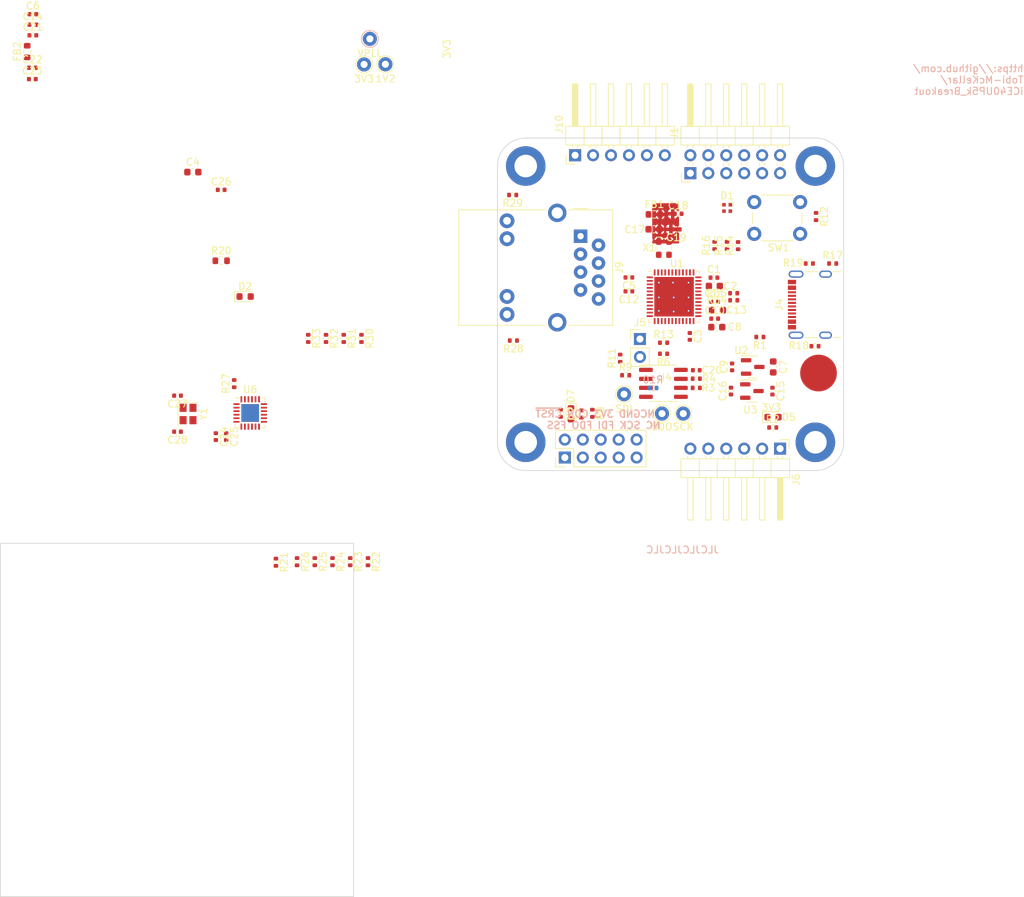
<source format=kicad_pcb>
(kicad_pcb (version 20221018) (generator pcbnew)
  (layers (0 "F.Cu" signal) (1 "In1.Cu" power) (2 "In2.Cu" power) (3 "In3.Cu" power) (4 "In4.Cu" power) (31 "B.Cu" signal) (34 "B.Paste" user) (35 "F.Paste" user) (36 "B.SilkS" user "B.Silkscreen") (37 "F.SilkS" user "F.Silkscreen") (38 "B.Mask" user) (39 "F.Mask" user) (44 "Edge.Cuts" user))
  (net 0 "")
  (net 1 "/3V3")
  (net 2 "GND")
  (net 3 "+5V")
  (net 4 "/VCCPLL")
  (net 5 "/1V2")
  (net 6 "/RGB0")
  (net 7 "/RGB1")
  (net 8 "/RGB2")
  (net 9 "Net-(D5-A)")
  (net 11 "Net-(D7-K)")
  (net 13 "/37_G1")
  (net 14 "/42")
  (net 15 "/43")
  (net 16 "/CDONE")
  (net 17 "/45")
  (net 18 "/48")
  (net 19 "/ETH_3V3")
  (net 20 "/ETH_~{RST}")
  (net 21 "Net-(U6-XTAL2)")
  (net 22 "Net-(U6-XTAL1{slash}CLKIN)")
  (net 23 "/23")
  (net 24 "/25")
  (net 25 "/SCK")
  (net 26 "/ICE_SS")
  (net 27 "/26")
  (net 28 "/27")
  (net 29 "Net-(D2-A)")
  (net 30 "/CRESET")
  (net 31 "/34")
  (net 32 "/35_G0")
  (net 33 "/36")
  (net 34 "/2")
  (net 35 "/46")
  (net 36 "Net-(U4-~{HOLD})")
  (net 37 "/FLASH_SS")
  (net 38 "/47")
  (net 39 "Net-(J4-CC1)")
  (net 40 "/D_P")
  (net 41 "/D_N")
  (net 42 "/FLASH_DI")
  (net 43 "Net-(U1B-IOB_32a_SPI_SO)")
  (net 44 "Net-(U4-~{WP})")
  (net 45 "/FLASH_DO")
  (net 46 "Net-(U1B-IOB_33b_SPI_SI)")
  (net 48 "/CLK_IN_G6")
  (net 49 "/V_OSC")
  (net 50 "Net-(J4-CC2)")
  (net 51 "/4")
  (net 53 "Net-(J4-SHIELD)")
  (net 54 "/38_button")
  (net 55 "Net-(D1-RK)")
  (net 56 "Net-(D1-GK)")
  (net 57 "Net-(D1-BK)")
  (net 58 "/TXP")
  (net 59 "/TXN")
  (net 60 "/RXP")
  (net 61 "/RXN")
  (net 62 "Net-(J9-LEDY_A)")
  (net 63 "Net-(J9-LEDG_A)")
  (net 65 "+3V3")
  (net 66 "/Cap_touch")
  (net 67 "/ETH_MDIO")
  (net 68 "/ETH_CRSDV")
  (net 69 "/ETH_RXER")
  (net 70 "/ETH_RXD1")
  (net 71 "/ETH_RXD0")
  (net 72 "/RBIAS")
  (net 73 "/LED1{slash}REGOFF")
  (net 74 "/LED2{slash}~{INTSEL}")
  (net 75 "/ETH_TXEN")
  (net 76 "/ETH_TXD0")
  (net 77 "/ETH_TXD1")
  (net 78 "/ETH_MDC")
  (net 79 "/ETH_~{INT}")
  (net 80 "Net-(J4-D+-PadA6)")
  (net 81 "Net-(J4-D--PadA7)")
  (footprint "Capacitor_SMD:C_0402_1005Metric" (layer "F.Cu") (at 84.126 44.53)
    (fp_text reference "C14" (at 0 -1.16) (layer "F.SilkS"))
    (fp_text value "100n")
    (pad "1" smd roundrect (at -0.48 0) (size 0.56 0.62) (layers "F.Cu" "F.Paste" "F.Mask") (net 19 "/ETH_3V3"))
    (pad "2" smd roundrect (at 0.48 0) (size 0.56 0.62) (layers "F.Cu" "F.Paste" "F.Mask") (net 2 "GND"))
  )
  (footprint "Package_DFN_QFN:QFN-48-1EP_7x7mm_P0.5mm_EP5.6x5.6mm" (layer "F.Cu") (at 174.881757 83.03)
    (fp_text reference "U1" (at 0.4 -4.69) (layer "F.SilkS"))
    (fp_text value "ICE40UP5K-SG48ITR")
    (pad "1" smd roundrect (at -3.4375 -2.75) (size 0.875 0.25) (layers "F.Cu" "F.Paste" "F.Mask") (net 1 "/3V3"))
    (pad "2" smd roundrect (at -3.4375 -2.25) (size 0.875 0.25) (layers "F.Cu" "F.Paste" "F.Mask") (net 34 "/2"))
    (pad "3" smd roundrect (at -3.4375 -1.75) (size 0.875 0.25) (layers "F.Cu" "F.Paste" "F.Mask") (net 20 "/ETH_~{RST}"))
    (pad "4" smd roundrect (at -3.4375 -1.25) (size 0.875 0.25) (layers "F.Cu" "F.Paste" "F.Mask") (net 51 "/4"))
    (pad "5" smd roundrect (at -3.4375 -0.75) (size 0.875 0.25) (layers "F.Cu" "F.Paste" "F.Mask") (net 5 "/1V2"))
    (pad "6" smd roundrect (at -3.4375 -0.25) (size 0.875 0.25) (layers "F.Cu" "F.Paste" "F.Mask") (net 75 "/ETH_TXEN"))
    (pad "7" smd roundrect (at -3.4375 0.25) (size 0.875 0.25) (layers "F.Cu" "F.Paste" "F.Mask") (net 16 "/CDONE"))
    (pad "8" smd roundrect (at -3.4375 0.75) (size 0.875 0.25) (layers "F.Cu" "F.Paste" "F.Mask") (net 30 "/CRESET"))
    (pad "9" smd roundrect (at -3.4375 1.25) (size 0.875 0.25) (layers "F.Cu" "F.Paste" "F.Mask") (net 76 "/ETH_TXD0"))
    (pad "10" smd roundrect (at -3.4375 1.75) (size 0.875 0.25) (layers "F.Cu" "F.Paste" "F.Mask") (net 77 "/ETH_TXD1"))
    (pad "11" smd roundrect (at -3.4375 2.25) (size 0.875 0.25) (layers "F.Cu" "F.Paste" "F.Mask") (net 67 "/ETH_MDIO"))
    (pad "12" smd roundrect (at -3.4375 2.75) (size 0.875 0.25) (layers "F.Cu" "F.Paste" "F.Mask") (net 78 "/ETH_MDC"))
    (pad "13" smd roundrect (at -2.75 3.4375) (size 0.25 0.875) (layers "F.Cu" "F.Paste" "F.Mask") (net 68 "/ETH_CRSDV"))
    (pad "14" smd roundrect (at -2.25 3.4375) (size 0.25 0.875) (layers "F.Cu" "F.Paste" "F.Mask") (net 43 "Net-(U1B-IOB_32a_SPI_SO)"))
    (pad "15" smd roundrect (at -1.75 3.4375) (size 0.25 0.875) (layers "F.Cu" "F.Paste" "F.Mask") (net 25 "/SCK"))
    (pad "16" smd roundrect (at -1.25 3.4375) (size 0.25 0.875) (layers "F.Cu" "F.Paste" "F.Mask") (net 26 "/ICE_SS"))
    (pad "17" smd roundrect (at -0.75 3.4375) (size 0.25 0.875) (layers "F.Cu" "F.Paste" "F.Mask") (net 46 "Net-(U1B-IOB_33b_SPI_SI)"))
    (pad "18" smd roundrect (at -0.25 3.4375) (size 0.25 0.875) (layers "F.Cu" "F.Paste" "F.Mask") (net 79 "/ETH_~{INT}"))
    (pad "19" smd roundrect (at 0.25 3.4375) (size 0.25 0.875) (layers "F.Cu" "F.Paste" "F.Mask") (net 70 "/ETH_RXD1"))
    (pad "20" smd roundrect (at 0.75 3.4375) (size 0.25 0.875) (layers "F.Cu" "F.Paste" "F.Mask") (net 71 "/ETH_RXD0"))
    (pad "21" smd roundrect (at 1.25 3.4375) (size 0.25 0.875) (layers "F.Cu" "F.Paste" "F.Mask") (net 69 "/ETH_RXER"))
    (pad "22" smd roundrect (at 1.75 3.4375) (size 0.25 0.875) (layers "F.Cu" "F.Paste" "F.Mask") (net 1 "/3V3"))
    (pad "23" smd roundrect (at 2.25 3.4375) (size 0.25 0.875) (layers "F.Cu" "F.Paste" "F.Mask") (net 23 "/23"))
    (pad "24" smd roundrect (at 2.75 3.4375) (size 0.25 0.875) (layers "F.Cu" "F.Paste" "F.Mask") (net 1 "/3V3"))
    (pad "25" smd roundrect (at 3.4375 2.75) (size 0.875 0.25) (layers "F.Cu" "F.Paste" "F.Mask") (net 24 "/25"))
    (pad "26" smd roundrect (at 3.4375 2.25) (size 0.875 0.25) (layers "F.Cu" "F.Paste" "F.Mask") (net 27 "/26"))
    (pad "27" smd roundrect (at 3.4375 1.75) (size 0.875 0.25) (layers "F.Cu" "F.Paste" "F.Mask") (net 28 "/27"))
    (pad "28" smd roundrect (at 3.4375 1.25) (size 0.875 0.25) (layers "F.Cu" "F.Paste" "F.Mask") (net 66 "/Cap_touch"))
    (pad "29" smd roundrect (at 3.4375 0.75) (size 0.875 0.25) (layers "F.Cu" "F.Paste" "F.Mask") (net 4 "/VCCPLL"))
    (pad "30" smd roundrect (at 3.4375 0.25) (size 0.875 0.25) (layers "F.Cu" "F.Paste" "F.Mask") (net 5 "/1V2"))
    (pad "31" smd roundrect (at 3.4375 -0.25) (size 0.875 0.25) (layers "F.Cu" "F.Paste" "F.Mask") (net 41 "/D_N"))
    (pad "32" smd roundrect (at 3.4375 -0.75) (size 0.875 0.25) (layers "F.Cu" "F.Paste" "F.Mask") (net 40 "/D_P"))
    (pad "33" smd roundrect (at 3.4375 -1.25) (size 0.875 0.25) (layers "F.Cu" "F.Paste" "F.Mask") (net 1 "/3V3"))
    (pad "34" smd roundrect (at 3.4375 -1.75) (size 0.875 0.25) (layers "F.Cu" "F.Paste" "F.Mask") (net 31 "/34"))
    (pad "35" smd roundrect (at 3.4375 -2.25) (size 0.875 0.25) (layers "F.Cu" "F.Paste" "F.Mask") (net 32 "/35_G0"))
    (pad "36" smd roundrect (at 3.4375 -2.75) (size 0.875 0.25) (layers "F.Cu" "F.Paste" "F.Mask") (net 33 "/36"))
    (pad "37" smd roundrect (at 2.75 -3.4375) (size 0.25 0.875) (layers "F.Cu" "F.Paste" "F.Mask") (net 13 "/37_G1"))
    (pad "38" smd roundrect (at 2.25 -3.4375) (size 0.25 0.875) (layers "F.Cu" "F.Paste" "F.Mask") (net 54 "/38_button"))
    (pad "39" smd roundrect (at 1.75 -3.4375) (size 0.25 0.875) (layers "F.Cu" "F.Paste" "F.Mask") (net 6 "/RGB0"))
    (pad "40" smd roundrect (at 1.25 -3.4375) (size 0.25 0.875) (layers "F.Cu" "F.Paste" "F.Mask") (net 7 "/RGB1"))
    (pad "41" smd roundrect (at 0.75 -3.4375) (size 0.25 0.875) (layers "F.Cu" "F.Paste" "F.Mask") (net 8 "/RGB2"))
    (pad "42" smd roundrect (at 0.25 -3.4375) (size 0.25 0.875) (layers "F.Cu" "F.Paste" "F.Mask") (net 14 "/42"))
    (pad "43" smd roundrect (at -0.25 -3.4375) (size 0.25 0.875) (layers "F.Cu" "F.Paste" "F.Mask") (net 15 "/43"))
    (pad "44" smd roundrect (at -0.75 -3.4375) (size 0.25 0.875) (layers "F.Cu" "F.Paste" "F.Mask") (net 48 "/CLK_IN_G6"))
    (pad "45" smd roundrect (at -1.25 -3.4375) (size 0.25 0.875) (layers "F.Cu" "F.Paste" "F.Mask") (net 17 "/45"))
    (pad "46" smd roundrect (at -1.75 -3.4375) (size 0.25 0.875) (layers "F.Cu" "F.Paste" "F.Mask") (net 35 "/46"))
    (pad "47" smd roundrect (at -2.25 -3.4375) (size 0.25 0.875) (layers "F.Cu" "F.Paste" "F.Mask") (net 38 "/47"))
    (pad "48" smd roundrect (at -2.75 -3.4375) (size 0.25 0.875) (layers "F.Cu" "F.Paste" "F.Mask") (net 18 "/48"))
    (pad "49" smd rect (at 0 0) (size 5.6 5.6) (layers "F.Cu" "F.Mask") (net 2 "GND"))
  )
  (footprint "Crystal:Crystal_SMD_2520-4Pin_2.5x2.0mm" (layer "F.Cu") (at 106.090999 99.625 -90)
    (fp_text reference "Y1" (at 0 -2.2 90) (layer "F.SilkS"))
    (fp_text value "25 MHz")
    (pad "1" smd rect (at -0.875 0.7 270) (size 1.15 1) (layers "F.Cu" "F.Paste" "F.Mask") (net 21 "Net-(U6-XTAL2)"))
    (pad "2" smd rect (at 0.875 0.7 270) (size 1.15 1) (layers "F.Cu" "F.Paste" "F.Mask") (net 22 "Net-(U6-XTAL1{slash}CLKIN)"))
    (pad "3" smd rect (at 0.875 -0.7 270) (size 1.15 1) (layers "F.Cu" "F.Paste" "F.Mask"))
    (pad "4" smd rect (at -0.875 -0.7 270) (size 1.15 1) (layers "F.Cu" "F.Paste" "F.Mask"))
  )
  (footprint "Connector_PinHeader_2.54mm:PinHeader_1x02_P2.54mm_Vertical" (layer "F.Cu") (at 170.051757 89.015)
    (fp_text reference "J5" (at 0 -2.33) (layer "F.SilkS"))
    (fp_text value "Conn_01x02")
    (pad "1" thru_hole rect (at 0 0) (size 1.7 1.7) (drill 1) (layers "*.Cu" "*.Mask") (net 26 "/ICE_SS"))
    (pad "2" thru_hole oval (at 0 2.54) (size 1.7 1.7) (drill 1) (layers "*.Cu" "*.Mask") (net 37 "/FLASH_SS"))
  )
  (footprint "Package_DFN_QFN:VQFN-24-1EP_4x4mm_P0.5mm_EP2.5x2.5mm_ThermalVias" (layer "F.Cu") (at 114.8885 99.48)
    (fp_text reference "U6" (at 0 -3.32) (layer "F.SilkS"))
    (fp_text value "LAN8720A")
    (pad "1" smd roundrect (at -1.9375 -1.25) (size 0.875 0.25) (layers "F.Cu" "F.Paste" "F.Mask") (net 19 "/ETH_3V3"))
    (pad "2" smd roundrect (at -1.9375 -0.75) (size 0.875 0.25) (layers "F.Cu" "F.Paste" "F.Mask") (net 74 "/LED2{slash}~{INTSEL}"))
    (pad "3" smd roundrect (at -1.9375 -0.25) (size 0.875 0.25) (layers "F.Cu" "F.Paste" "F.Mask") (net 73 "/LED1{slash}REGOFF"))
    (pad "4" smd roundrect (at -1.9375 0.25) (size 0.875 0.25) (layers "F.Cu" "F.Paste" "F.Mask") (net 21 "Net-(U6-XTAL2)"))
    (pad "5" smd roundrect (at -1.9375 0.75) (size 0.875 0.25) (layers "F.Cu" "F.Paste" "F.Mask") (net 22 "Net-(U6-XTAL1{slash}CLKIN)"))
    (pad "6" smd roundrect (at -1.9375 1.25) (size 0.875 0.25) (layers "F.Cu" "F.Paste" "F.Mask") (net 5 "/1V2"))
    (pad "7" smd roundrect (at -1.25 1.9375) (size 0.25 0.875) (layers "F.Cu" "F.Paste" "F.Mask") (net 70 "/ETH_RXD1"))
    (pad "8" smd roundrect (at -0.75 1.9375) (size 0.25 0.875) (layers "F.Cu" "F.Paste" "F.Mask") (net 71 "/ETH_RXD0"))
    (pad "9" smd roundrect (at -0.25 1.9375) (size 0.25 0.875) (layers "F.Cu" "F.Paste" "F.Mask") (net 1 "/3V3"))
    (pad "10" smd roundrect (at 0.25 1.9375) (size 0.25 0.875) (layers "F.Cu" "F.Paste" "F.Mask") (net 69 "/ETH_RXER"))
    (pad "11" smd roundrect (at 0.75 1.9375) (size 0.25 0.875) (layers "F.Cu" "F.Paste" "F.Mask") (net 68 "/ETH_CRSDV"))
    (pad "12" smd roundrect (at 1.25 1.9375) (size 0.25 0.875) (layers "F.Cu" "F.Paste" "F.Mask") (net 67 "/ETH_MDIO"))
    (pad "13" smd roundrect (at 1.9375 1.25) (size 0.875 0.25) (layers "F.Cu" "F.Paste" "F.Mask") (net 78 "/ETH_MDC"))
    (pad "14" smd roundrect (at 1.9375 0.75) (size 0.875 0.25) (layers "F.Cu" "F.Paste" "F.Mask") (net 79 "/ETH_~{INT}"))
    (pad "15" smd roundrect (at 1.9375 0.25) (size 0.875 0.25) (layers "F.Cu" "F.Paste" "F.Mask") (net 20 "/ETH_~{RST}"))
    (pad "16" smd roundrect (at 1.9375 -0.25) (size 0.875 0.25) (layers "F.Cu" "F.Paste" "F.Mask") (net 75 "/ETH_TXEN"))
    (pad "17" smd roundrect (at 1.9375 -0.75) (size 0.875 0.25) (layers "F.Cu" "F.Paste" "F.Mask") (net 76 "/ETH_TXD0"))
    (pad "18" smd roundrect (at 1.9375 -1.25) (size 0.875 0.25) (layers "F.Cu" "F.Paste" "F.Mask") (net 77 "/ETH_TXD1"))
    (pad "19" smd roundrect (at 1.25 -1.9375) (size 0.25 0.875) (layers "F.Cu" "F.Paste" "F.Mask") (net 19 "/ETH_3V3"))
    (pad "20" smd roundrect (at 0.75 -1.9375) (size 0.25 0.875) (layers "F.Cu" "F.Paste" "F.Mask") (net 59 "/TXN"))
    (pad "21" smd roundrect (at 0.25 -1.9375) (size 0.25 0.875) (layers "F.Cu" "F.Paste" "F.Mask") (net 58 "/TXP"))
    (pad "22" smd roundrect (at -0.25 -1.9375) (size 0.25 0.875) (layers "F.Cu" "F.Paste" "F.Mask") (net 61 "/RXN"))
    (pad "23" smd roundrect (at -0.75 -1.9375) (size 0.25 0.875) (layers "F.Cu" "F.Paste" "F.Mask") (net 60 "/RXP"))
    (pad "24" smd roundrect (at -1.25 -1.9375) (size 0.25 0.875) (layers "F.Cu" "F.Paste" "F.Mask") (net 72 "/RBIAS"))
    (pad "25" smd rect (at 0 0) (size 2.5 2.5) (layers "F.Cu" "F.Mask") (net 2 "GND"))
    (pad "25" smd rect (at 0 0) (size 2.5 2.5) (layers "B.Cu") (net 2 "GND"))
  )
  (footprint "Capacitor_SMD:C_0402_1005Metric" (layer "F.Cu") (at 175.466757 71.29)
    (fp_text reference "C18" (at 0 -1.16) (layer "F.SilkS"))
    (fp_text value "100n")
    (pad "1" smd roundrect (at -0.48 0) (size 0.56 0.62) (layers "F.Cu" "F.Paste" "F.Mask") (net 49 "/V_OSC"))
    (pad "2" smd roundrect (at 0.48 0) (size 0.56 0.62) (layers "F.Cu" "F.Paste" "F.Mask") (net 2 "GND"))
  )
  (footprint "Capacitor_SMD:C_0402_1005Metric" (layer "F.Cu") (at 104.601002 97.029999 180)
    (fp_text reference "C27" (at 0 -1.16 180) (layer "F.SilkS"))
    (fp_text value "27p")
    (pad "1" smd roundrect (at -0.48 0 180) (size 0.56 0.62) (layers "F.Cu" "F.Paste" "F.Mask") (net 21 "Net-(U6-XTAL2)"))
    (pad "2" smd roundrect (at 0.48 0 180) (size 0.56 0.62) (layers "F.Cu" "F.Paste" "F.Mask") (net 2 "GND"))
  )
  (footprint "TestPoint:TestPoint_THTPad_D2.0mm_Drill1.0mm" (layer "F.Cu") (at 131.006 50.15)
    (fp_text reference "TP3" hide)
    (fp_text value "3V3" (at 0 2.05) (layer "F.SilkS"))
    (pad "1" thru_hole circle (at 0 0) (size 2 2) (drill 1) (layers "*.Cu" "*.Mask") (net 1 "/3V3"))
  )
  (footprint "Resistor_SMD:R_0402_1005Metric" (layer "F.Cu") (at 173.391757 89.54)
    (fp_text reference "R13" (at 0 -1.17) (layer "F.SilkS"))
    (fp_text value "0")
    (pad "1" smd roundrect (at -0.51 0) (size 0.54 0.64) (layers "F.Cu" "F.Paste" "F.Mask") (net 45 "/FLASH_DO"))
    (pad "2" smd roundrect (at 0.51 0) (size 0.54 0.64) (layers "F.Cu" "F.Paste" "F.Mask") (net 46 "Net-(U1B-IOB_33b_SPI_SI)"))
  )
  (footprint "Resistor_SMD:R_0402_1005Metric" (layer "F.Cu") (at 194.826 90.03 180)
    (fp_text reference "R18" (at 2.29 0.1) (layer "F.SilkS"))
    (fp_text value "5k1")
    (pad "1" smd roundrect (at -0.51 0 180) (size 0.54 0.64) (layers "F.Cu" "F.Paste" "F.Mask") (net 39 "Net-(J4-CC1)"))
    (pad "2" smd roundrect (at 0.51 0 180) (size 0.54 0.64) (layers "F.Cu" "F.Paste" "F.Mask") (net 2 "GND"))
  )
  (footprint "Capacitor_SMD:C_0402_1005Metric" (layer "F.Cu") (at 180.626 86.13)
    (fp_text reference "C10" (at 0 -1.16) (layer "F.SilkS"))
    (fp_text value "100n")
    (pad "1" smd roundrect (at -0.48 0) (size 0.56 0.62) (layers "F.Cu" "F.Paste" "F.Mask") (net 4 "/VCCPLL"))
    (pad "2" smd roundrect (at 0.48 0) (size 0.56 0.62) (layers "F.Cu" "F.Paste" "F.Mask") (net 2 "GND"))
  )
  (footprint "Button_Switch_THT:SW_PUSH_6mm" (layer "F.Cu") (at 186.226 69.63)
    (fp_text reference "SW1" (at 3.45 6.45) (layer "F.SilkS"))
    (fp_text value "SW_Push")
    (pad "1" thru_hole circle (at 0 0 90) (size 2 2) (drill 1.1) (layers "*.Cu" "*.Mask") (net 1 "/3V3"))
    (pad "1" thru_hole circle (at 6.5 0 90) (size 2 2) (drill 1.1) (layers "*.Cu" "*.Mask") (net 1 "/3V3"))
    (pad "2" thru_hole circle (at 0 4.5 90) (size 2 2) (drill 1.1) (layers "*.Cu" "*.Mask") (net 54 "/38_button"))
    (pad "2" thru_hole circle (at 6.5 4.5 90) (size 2 2) (drill 1.1) (layers "*.Cu" "*.Mask") (net 54 "/38_button"))
  )
  (footprint "Resistor_SMD:R_0402_1005Metric" (layer "F.Cu") (at 187.026 88.73 180)
    (fp_text reference "R1" (at 0 -1.17 180) (layer "F.SilkS"))
    (fp_text value "100")
    (pad "1" smd roundrect (at -0.51 0 180) (size 0.54 0.64) (layers "F.Cu" "F.Paste" "F.Mask") (net 4 "/VCCPLL"))
    (pad "2" smd roundrect (at 0.51 0 180) (size 0.54 0.64) (layers "F.Cu" "F.Paste" "F.Mask") (net 5 "/1V2"))
  )
  (footprint "Connector_RJ:RJ45_Bel_SI-60062-F" (layer "F.Cu") (at 161.646 74.46 -90)
    (fp_text reference "J9" (at 4.445 -5.49 90) (layer "F.SilkS"))
    (fp_text value "RJ45_Bel_SI-60062-F")
    (pad "" np_thru_hole circle (at -1.27 6.35 270) (size 3.25 3.25) (drill 3.25) (layers "*.Cu" "*.Mask"))
    (pad "" np_thru_hole circle (at 10.16 6.35 270) (size 3.25 3.25) (drill 3.25) (layers "*.Cu" "*.Mask"))
    (pad "1" thru_hole rect (at 0 0 270) (size 1.9 1.9) (drill 0.9) (layers "*.Cu" "*.Mask") (net 58 "/TXP"))
    (pad "2" thru_hole circle (at 1.27 -2.54 270) (size 1.9 1.9) (drill 0.9) (layers "*.Cu" "*.Mask") (net 19 "/ETH_3V3"))
    (pad "3" thru_hole circle (at 2.54 0 270) (size 1.9 1.9) (drill 0.9) (layers "*.Cu" "*.Mask") (net 59 "/TXN"))
    (pad "4" thru_hole circle (at 3.81 -2.54 270) (size 1.9 1.9) (drill 0.9) (layers "*.Cu" "*.Mask") (net 60 "/RXP"))
    (pad "5" thru_hole circle (at 5.08 0 270) (size 1.9 1.9) (drill 0.9) (layers "*.Cu" "*.Mask") (net 19 "/ETH_3V3"))
    (pad "6" thru_hole circle (at 6.35 -2.54 270) (size 1.9 1.9) (drill 0.9) (layers "*.Cu" "*.Mask") (net 61 "/RXN"))
    (pad "7" thru_hole circle (at 7.62 0 270) (size 1.9 1.9) (drill 0.9) (layers "*.Cu" "*.Mask"))
    (pad "8" thru_hole circle (at 8.89 -2.54 270) (size 1.9 1.9) (drill 0.9) (layers "*.Cu" "*.Mask") (net 2 "GND"))
    (pad "L1" thru_hole circle (at -2.18 10.41 270) (size 2.1 2.1) (drill 1.1) (layers "*.Cu" "*.Mask") (net 62 "Net-(J9-LEDY_A)"))
    (pad "L2" thru_hole circle (at 0.36 10.41 270) (size 2.1 2.1) (drill 1.1) (layers "*.Cu" "*.Mask") (net 2 "GND"))
    (pad "L3" thru_hole circle (at 8.53 10.41 270) (size 2.1 2.1) (drill 1.1) (layers "*.Cu" "*.Mask") (net 63 "Net-(J9-LEDG_A)"))
    (pad "L4" thru_hole circle (at 11.07 10.41 270) (size 2.1 2.1) (drill 1.1) (layers "*.Cu" "*.Mask") (net 2 "GND"))
    (pad "SH" thru_hole circle (at -3.3 3.3 270) (size 2.6 2.6) (drill 1.6) (layers "*.Cu" "*.Mask"))
    (pad "SH" thru_hole circle (at 12.19 3.3 270) (size 2.6 2.6) (drill 1.6) (layers "*.Cu" "*.Mask"))
  )
  (footprint "Diode_SMD:D_0603_1608Metric" (layer "F.Cu") (at 160.291757 99.597499 -90)
    (fp_text reference "D7" (at -2.5125 0.01 90) (layer "F.SilkS"))
    (fp_text value "LED")
    (pad "1" smd roundrect (at -0.7875 0 270) (size 0.875 0.95) (layers "F.Cu" "F.Paste" "F.Mask") (net 11 "Net-(D7-K)"))
    (pad "2" smd roundrect (at 0.7875 0 270) (size 0.875 0.95) (layers "F.Cu" "F.Paste" "F.Mask") (net 1 "/3V3"))
  )
  (footprint "Resistor_SMD:R_0402_1005Metric" (layer "F.Cu") (at 194.026 78.33 180)
    (fp_text reference "R19" (at 2.29 0.1) (layer "F.SilkS"))
    (fp_text value "5k1")
    (pad "1" smd roundrect (at -0.51 0 180) (size 0.54 0.64) (layers "F.Cu" "F.Paste" "F.Mask") (net 50 "Net-(J4-CC2)"))
    (pad "2" smd roundrect (at 0.51 0 180) (size 0.54 0.64) (layers "F.Cu" "F.Paste" "F.Mask") (net 2 "GND"))
  )
  (footprint "ACustomFootprintLib:Capacitive_touchpad" (layer "F.Cu") (at 195.326 93.83)
    (fp_text reference "U5" hide)
    (fp_text value "~" hide)
    (fp_circle (center 0 0) (end 2.5 0) (stroke (width 0.2)) (fill solid) (layer "F.Cu"))
    (pad "1" smd circle (at 0 0) (size 1.524 1.524) (layers "F.Cu") (net 66 "/Cap_touch"))
  )
  (footprint "Resistor_SMD:R_0603_1608Metric" (layer "F.Cu") (at 83.326 48.33 90)
    (fp_text reference "FB2" (at 0 -1.43 90) (layer "F.SilkS"))
    (fp_text value "FerriteBead")
    (pad "1" smd roundrect (at -0.825 0 90) (size 0.8 0.95) (layers "F.Cu" "F.Paste" "F.Mask") (net 1 "/3V3"))
    (pad "2" smd roundrect (at 0.825 0 90) (size 0.8 0.95) (layers "F.Cu" "F.Paste" "F.Mask") (net 19 "/ETH_3V3"))
  )
  (footprint "Capacitor_SMD:C_0402_1005Metric" (layer "F.Cu") (at 175.201757 73.495 180)
    (fp_text reference "C19" (at 0 -1.16 180) (layer "F.SilkS"))
    (fp_text value "10n")
    (pad "1" smd roundrect (at -0.48 0 180) (size 0.56 0.62) (layers "F.Cu" "F.Paste" "F.Mask") (net 2 "GND"))
    (pad "2" smd roundrect (at 0.48 0 180) (size 0.56 0.62) (layers "F.Cu" "F.Paste" "F.Mask") (net 49 "/V_OSC"))
  )
  (footprint "Resistor_SMD:R_0402_1005Metric" (layer "F.Cu") (at 182.3682 75.7736 90)
    (fp_text reference "R15" (at 0 -1.17 90) (layer "F.SilkS"))
    (fp_text value "2k2")
    (pad "1" smd roundrect (at -0.51 0 90) (size 0.54 0.64) (layers "F.Cu" "F.Paste" "F.Mask") (net 7 "/RGB1"))
    (pad "2" smd roundrect (at 0.51 0 90) (size 0.54 0.64) (layers "F.Cu" "F.Paste" "F.Mask") (net 56 "Net-(D1-GK)"))
  )
  (footprint "Resistor_SMD:R_0402_1005Metric" (layer "F.Cu") (at 152.135999 89.23 180)
    (fp_text reference "R28" (at 0 -1.17) (layer "F.SilkS"))
    (fp_text value "2K2")
    (pad "1" smd roundrect (at -0.51 0 180) (size 0.54 0.64) (layers "F.Cu" "F.Paste" "F.Mask") (net 73 "/LED1{slash}REGOFF"))
    (pad "2" smd roundrect (at 0.51 0 180) (size 0.54 0.64) (layers "F.Cu" "F.Paste" "F.Mask") (net 63 "Net-(J9-LEDG_A)"))
  )
  (footprint "Capacitor_SMD:C_0603_1608Metric" (layer "F.Cu") (at 106.771 65.39)
    (fp_text reference "C4" (at 0 -1.43) (layer "F.SilkS"))
    (fp_text value "10u")
    (pad "1" smd roundrect (at -0.775 0) (size 0.9 0.95) (layers "F.Cu" "F.Paste" "F.Mask") (net 3 "+5V"))
    (pad "2" smd roundrect (at 0.775 0) (size 0.9 0.95) (layers "F.Cu" "F.Paste" "F.Mask") (net 2 "GND"))
  )
  (footprint "Resistor_SMD:R_0402_1005Metric" (layer "F.Cu") (at 178.026 95.93 180)
    (fp_text reference "R3" (at -1.7 0) (layer "F.SilkS"))
    (fp_text value "10k")
    (pad "1" smd roundrect (at -0.51 0 180) (size 0.54 0.64) (layers "F.Cu" "F.Paste" "F.Mask") (net 1 "/3V3"))
    (pad "2" smd roundrect (at 0.51 0 180) (size 0.54 0.64) (layers "F.Cu" "F.Paste" "F.Mask") (net 25 "/SCK"))
  )
  (footprint "Capacitor_SMD:C_0402_1005Metric" (layer "F.Cu") (at 84.051 52.23)
    (fp_text reference "C23" (at 0 -1.16) (layer "F.SilkS"))
    (fp_text value "1u")
    (pad "1" smd roundrect (at -0.48 0) (size 0.56 0.62) (layers "F.Cu" "F.Paste" "F.Mask") (net 1 "/3V3"))
    (pad "2" smd roundrect (at 0.48 0) (size 0.56 0.62) (layers "F.Cu" "F.Paste" "F.Mask") (net 2 "GND"))
  )
  (footprint "Connector_PinHeader_2.54mm:PinHeader_2x06_P2.54mm_Horizontal" (layer "F.Cu") (at 177.186 65.545 90)
    (fp_text reference "J1" (at 5.655 -2.27 90) (layer "F.SilkS"))
    (fp_text value "Conn_02x06_Top_Bottom")
    (pad "1" thru_hole rect locked (at 0 0 90) (size 1.7 1.7) (drill 1) (layers "*.Cu" "*.Mask") (net 17 "/45"))
    (pad "2" thru_hole oval locked (at 2.54 0 90) (size 1.7 1.7) (drill 1) (layers "*.Cu" "*.Mask") (net 35 "/46"))
    (pad "3" thru_hole oval locked (at 0 2.54 90) (size 1.7 1.7) (drill 1) (layers "*.Cu" "*.Mask") (net 14 "/42"))
    (pad "4" thru_hole oval locked (at 2.54 2.54 90) (size 1.7 1.7) (drill 1) (layers "*.Cu" "*.Mask") (net 15 "/43"))
    (pad "5" thru_hole oval locked (at 0 5.08 90) (size 1.7 1.7) (drill 1) (layers "*.Cu" "*.Mask") (net 33 "/36"))
    (pad "6" thru_hole oval locked (at 2.54 5.08 90) (size 1.7 1.7) (drill 1) (layers "*.Cu" "*.Mask") (net 13 "/37_G1"))
    (pad "7" thru_hole oval locked (at 0 7.62 90) (size 1.7 1.7) (drill 1) (layers "*.Cu" "*.Mask") (net 31 "/34"))
    (pad "8" thru_hole oval locked (at 2.54 7.62 90) (size 1.7 1.7) (drill 1) (layers "*.Cu" "*.Mask") (net 32 "/35_G0"))
    (pad "9" thru_hole oval locked (at 0 10.16 90) (size 1.7 1.7) (drill 1) (layers "*.Cu" "*.Mask") (net 2 "GND"))
    (pad "10" thru_hole oval locked (at 2.54 10.16 90) (size 1.7 1.7) (drill 1) (layers "*.Cu" "*.Mask") (net 2 "GND"))
    (pad "11" thru_hole oval locked (at 0 12.7 90) (size 1.7 1.7) (drill 1) (layers "*.Cu" "*.Mask") (net 1 "/3V3"))
    (pad "12" thru_hole oval locked (at 2.54 12.7 90) (size 1.7 1.7) (drill 1) (layers "*.Cu" "*.Mask") (net 1 "/3V3"))
  )
  (footprint "Connector_PinHeader_2.54mm:PinHeader_1x06_P2.54mm_Horizontal" (layer "F.Cu") (at 189.886 104.53 -90)
    (fp_text reference "J6" (at 4.385 -2.27 90) (layer "F.SilkS"))
    (fp_text value "Conn_01x06")
    (pad "1" thru_hole rect (at 0 0 270) (size 1.7 1.7) (drill 1) (layers "*.Cu" "*.Mask") (net 28 "/27"))
    (pad "2" thru_hole oval (at 0 2.54 270) (size 1.7 1.7) (drill 1) (layers "*.Cu" "*.Mask") (net 27 "/26"))
    (pad "3" thru_hole oval (at 0 5.08 270) (size 1.7 1.7) (drill 1) (layers "*.Cu" "*.Mask") (net 24 "/25"))
    (pad "4" thru_hole oval (at 0 7.62 270) (size 1.7 1.7) (drill 1) (layers "*.Cu" "*.Mask") (net 23 "/23"))
    (pad "5" thru_hole oval (at 0 10.16 270) (size 1.7 1.7) (drill 1) (layers "*.Cu" "*.Mask") (net 2 "GND"))
    (pad "6" thru_hole oval (at 0 12.7 270) (size 1.7 1.7) (drill 1) (layers "*.Cu" "*.Mask") (net 1 "/3V3"))
  )
  (footprint "Package_SO:SOIC-8_3.9x4.9mm_P1.27mm" (layer "F.Cu") (at 173.371757 95.29)
    (fp_text reference "U4" (at 0.208 -0.862) (layer "F.SilkS"))
    (fp_text value "W25Q128JVSIQ")
    (pad "1" smd roundrect (at -2.475 -1.905) (size 1.95 0.6) (layers "F.Cu" "F.Paste" "F.Mask") (net 37 "/FLASH_SS"))
    (pad "2" smd roundrect (at -2.475 -0.635) (size 1.95 0.6) (layers "F.Cu" "F.Paste" "F.Mask") (net 45 "/FLASH_DO"))
    (pad "3" smd roundrect (at -2.475 0.635) (size 1.95 0.6) (layers "F.Cu" "F.Paste" "F.Mask") (net 44 "Net-(U4-~{WP})"))
    (pad "4" smd roundrect (at -2.475 1.905) (size 1.95 0.6) (layers "F.Cu" "F.Paste" "F.Mask") (net 2 "GND"))
    (pad "5" smd roundrect (at 2.475 1.905) (size 1.95 0.6) (layers "F.Cu" "F.Paste" "F.Mask") (net 42 "/FLASH_DI"))
    (pad "6" smd roundrect (at 2.475 0.635) (size 1.95 0.6) (layers "F.Cu" "F.Paste" "F.Mask") (net 25 "/SCK"))
    (pad "7" smd roundrect (at 2.475 -0.635) (size 1.95 0.6) (layers "F.Cu" "F.Paste" "F.Mask") (net 36 "Net-(U4-~{HOLD})"))
    (pad "8" smd roundrect (at 2.475 -1.905) (size 1.95 0.6) (layers "F.Cu" "F.Paste" "F.Mask") (net 1 "/3V3"))
  )
  (footprint "Connector_PinHeader_2.54mm:PinHeader_1x06_P2.54mm_Horizontal" (layer "F.Cu") (at 160.876 63.005 90)
    (fp_text reference "J10" (at 4.385 -2.27 90) (layer "F.SilkS"))
    (fp_text value "Conn_01x06")
    (pad "1" thru_hole rect locked (at 0 0 90) (size 1.7 1.7) (drill 1) (layers "*.Cu" "*.Mask") (net 34 "/2"))
    (pad "2" thru_hole oval locked (at 0 2.54 90) (size 1.7 1.7) (drill 1) (layers "*.Cu" "*.Mask") (net 51 "/4"))
    (pad "3" thru_hole oval locked (at 0 5.08 90) (size 1.7 1.7) (drill 1) (layers "*.Cu" "*.Mask") (net 18 "/48"))
    (pad "4" thru_hole oval locked (at 0 7.62 90) (size 1.7 1.7) (drill 1) (layers "*.Cu" "*.Mask") (net 38 "/47"))
    (pad "5" thru_hole oval locked (at 0 10.16 90) (size 1.7 1.7) (drill 1) (layers "*.Cu" "*.Mask") (net 2 "GND"))
    (pad "6" thru_hole oval locked (at 0 12.7 90) (size 1.7 1.7) (drill 1) (layers "*.Cu" "*.Mask") (net 1 "/3V3"))
  )
  (footprint "Resistor_SMD:R_0402_1005Metric" (layer "F.Cu") (at 163.316 99.53 -90)
    (fp_text reference "R8" (at 0 -1.17 -90) (layer "F.SilkS"))
    (fp_text value "4k7")
    (pad "1" smd roundrect (at -0.51 0 270) (size 0.54 0.64) (layers "F.Cu" "F.Paste" "F.Mask") (net 1 "/3V3"))
    (pad "2" smd roundrect (at 0.51 0 270) (size 0.54 0.64) (layers "F.Cu" "F.Paste" "F.Mask") (net 16 "/CDONE"))
  )
  (footprint "Resistor_SMD:R_0402_1005Metric" (layer "F.Cu") (at 183.316 82.53 180)
    (fp_text reference "R35" (at 2.4 0) (layer "F.SilkS"))
    (fp_text value "27")
    (pad "1" smd roundrect (at -0.51 0 180) (size 0.54 0.64) (layers "F.Cu" "F.Paste" "F.Mask") (net 80 "Net-(J4-D+-PadA6)"))
    (pad "2" smd roundrect (at 0.51 0 180) (size 0.54 0.64) (layers "F.Cu" "F.Paste" "F.Mask") (net 40 "/D_P"))
  )
  (footprint "Connector_USB:USB_C_Receptacle_GCT_USB4105-xx-A_16P_TopMnt_Horizontal" (layer "F.Cu") (at 195.251 84.15 90)
    (fp_text reference "J4" (at 0 -5.5 90 unlocked) (layer "F.SilkS"))
    (fp_text value "USB_C_Receptacle_USB2.0")
    (pad "" np_thru_hole circle (at -2.89 -2.605 90) (size 0.65 0.65) (drill 0.65) (layers "F&B.Cu" "*.Mask"))
    (pad "" np_thru_hole circle (at 2.89 -2.605 90) (size 0.65 0.65) (drill 0.65) (layers "F&B.Cu" "*.Mask"))
    (pad "A1" smd rect (at -3.2 -3.68 90) (size 0.6 1.15) (layers "F.Cu" "F.Paste" "F.Mask") (net 2 "GND"))
    (pad "A4" smd rect (at -2.4 -3.68 90) (size 0.6 1.15) (layers "F.Cu" "F.Paste" "F.Mask") (net 29 "Net-(D2-A)"))
    (pad "A5" smd rect (at -1.25 -3.68 90) (size 0.3 1.15) (layers "F.Cu" "F.Paste" "F.Mask") (net 39 "Net-(J4-CC1)"))
    (pad "A6" smd rect (at -0.25 -3.68 90) (size 0.3 1.15) (layers "F.Cu" "F.Paste" "F.Mask") (net 80 "Net-(J4-D+-PadA6)"))
    (pad "A7" smd rect (at 0.25 -3.68 90) (size 0.3 1.15) (layers "F.Cu" "F.Paste" "F.Mask") (net 81 "Net-(J4-D--PadA7)"))
    (pad "A8" smd rect (at 1.25 -3.68 90) (size 0.3 1.15) (layers "F.Cu" "F.Paste" "F.Mask"))
    (pad "A9" smd rect (at 2.4 -3.68 90) (size 0.6 1.15) (layers "F.Cu" "F.Paste" "F.Mask") (net 29 "Net-(D2-A)"))
    (pad "A12" smd rect (at 3.2 -3.68 90) (size 0.6 1.15) (layers "F.Cu" "F.Paste" "F.Mask") (net 2 "GND"))
    (pad "B1" smd rect (at 3.2 -3.68 90) (size 0.6 1.15) (layers "F.Cu" "F.Paste" "F.Mask") (net 2 "GND"))
    (pad "B4" smd rect (at 2.4 -3.68 90) (size 0.6 1.15) (layers "F.Cu" "F.Paste" "F.Mask") (net 29 "Net-(D2-A)"))
    (pad "B5" smd rect (at 1.75 -3.68 90) (size 0.3 1.15) (layers "F.Cu" "F.Paste" "F.Mask") (net 50 "Net-(J4-CC2)"))
    (pad "B6" smd rect (at 0.75 -3.68 90) (size 0.3 1.15) (layers "F.Cu" "F.Paste" "F.Mask") (net 80 "Net-(J4-D+-PadA6)"))
    (pad "B7" smd rect (at -0.75 -3.68 90) (size 0.3 1.15) (layers "F.Cu" "F.Paste" "F.Mask") (net 81 "Net-(J4-D--PadA7)"))
    (pad "B8" smd rect (at -1.75 -3.68 90) (size 0.3 1.15) (layers "F.Cu" "F.Paste" "F.Mask"))
    (pad "B9" smd rect (at -2.4 -3.68 90) (size 0.6 1.15) (layers "F.Cu" "F.Paste" "F.Mask") (net 29 "Net-(D2-A)"))
    (pad "B12" smd rect (at -3.2 -3.68 90) (size 0.6 1.15) (layers "F.Cu" "F.Paste" "F.Mask") (net 2 "GND"))
    (pad "S1" thru_hole oval (at -4.32 -3.105 90) (size 1 2.1) (drill oval 0.6 1.7) (layers "*.Cu" "*.Mask" "F.Paste") (net 53 "Net-(J4-SHIELD)"))
    (pad "S1" thru_hole oval (at -4.32 1.075 90) (size 1 1.8) (drill oval 0.6 1.4) (layers "*.Cu" "*.Mask" "F.Paste") (net 53 "Net-(J4-SHIELD)"))
    (pad "S1" thru_hole oval (at 4.32 -3.105 90) (size 1 2.1) (drill oval 0.6 1.7) (layers "*.Cu" "*.Mask" "F.Paste") (net 53 "Net-(J4-SHIELD)"))
    (pad "S1" thru_hole oval (at 4.32 1.075 90) (size 1 1.8) (drill oval 0.6 1.4) (layers "*.Cu" "*.Mask" "F.Paste") (net 53 "Net-(J4-SHIELD)"))
  )
  (footprint "Capacitor_SMD:C_0402_1005Metric" (layer "F.Cu") (at 183.093216 92.9598 90)
    (fp_text reference "C9" (at 0 -1.16 90) (layer "F.SilkS"))
    (fp_text value "1u")
    (pad "1" smd roundrect (at -0.48 0 90) (size 0.56 0.62) (layers "F.Cu" "F.Paste" "F.Mask") (net 1 "/3V3"))
    (pad "2" smd roundrect (at 0.48 0 90) (size 0.56 0.62) (layers "F.Cu" "F.Paste" "F.Mask") (net 2 "GND"))
  )
  (footprint "Resistor_SMD:R_0402_1005Metric" (layer "F.Cu") (at 112.626 95.33 90)
    (fp_text reference "R27" (at 0 -1.17 90) (layer "F.SilkS"))
    (fp_text value "12K1")
    (pad "1" smd roundrect (at -0.51 0 90) (size 0.54 0.64) (layers "F.Cu" "F.Paste" "F.Mask") (net 72 "/RBIAS"))
    (pad "2" smd roundrect (at 0.51 0 90) (size 0.54 0.64) (layers "F.Cu" "F.Paste" "F.Mask") (net 2 "GND"))
  )
  (footprint "Diode_SMD:D_0603_1608Metric" (layer "F.Cu") (at 188.885516 100.07)
    (fp_text reference "D5" (at 2.24 0.01) (layer "F.SilkS"))
    (fp_text value "LED")
    (pad "1" smd roundrect (at -0.7875 0) (size 0.875 0.95) (layers "F.Cu" "F.Paste" "F.Mask") (net 2 "GND"))
    (pad "2" smd roundrect (at 0.7875 0) (size 0.875 0.95) (layers "F.Cu" "F.Paste" "F.Mask") (net 9 "Net-(D5-A)"))
  )
  (footprint "Capacitor_SMD:C_0402_1005Metric" (layer "F.Cu") (at 180.626 83.73)
    (fp_text reference "C11" (at 0 -1.16) (layer "F.SilkS"))
    (fp_text value "100n")
    (pad "1" smd roundrect (at -0.48 0) (size 0.56 0.62) (layers "F.Cu" "F.Paste" "F.Mask") (net 5 "/1V2"))
    (pad "2" smd roundrect (at 0.48 0) (size 0.56 0.62) (layers "F.Cu" "F.Paste" "F.Mask") (net 2 "GND"))
  )
  (footprint "TestPoint:TestPoint_THTPad_D2.0mm_Drill1.0mm" (layer "F.Cu") (at 167.801757 96.83)
    (fp_text reference "TP9" hide)
    (fp_text value "SDI" (at 0 2.05) (layer "F.SilkS"))
    (pad "1" thru_hole circle (at 0 0) (size 2 2) (drill 1) (layers "*.Cu" "*.Mask") (net 45 "/FLASH_DO"))
  )
  (footprint "MountingHole:MountingHole_3.2mm_M3_DIN965_Pad" (layer "F.Cu") (at 153.881757 64.53)
    (fp_text reference "H1" hide)
    (fp_text value "MountingHole")
    (pad "1" thru_hole circle (at 0 0) (size 5.6 5.6) (drill 3.2) (layers "*.Cu" "*.Mask"))
  )
  (footprint "Capacitor_SMD:C_0402_1005Metric" (layer "F.Cu") (at 111.486 102.83 -90)
    (fp_text reference "C25" (at 0 -1.16 -90) (layer "F.SilkS"))
    (fp_text value "1u")
    (pad "1" smd roundrect (at -0.48 0 270) (size 0.56 0.62) (layers "F.Cu" "F.Paste" "F.Mask") (net 5 "/1V2"))
    (pad "2" smd roundrect (at 0.48 0 270) (size 0.56 0.62) (layers "F.Cu" "F.Paste" "F.Mask") (net 2 "GND"))
  )
  (footprint "Capacitor_SMD:C_0402_1005Metric" (layer "F.Cu") (at 182.933216 96.379799 90)
    (fp_text reference "C16" (at 0 -1.16 90) (layer "F.SilkS"))
    (fp_text value "1u")
    (pad "1" smd roundrect (at -0.48 0 90) (size 0.56 0.62) (layers "F.Cu" "F.Paste" "F.Mask") (net 5 "/1V2"))
    (pad "2" smd roundrect (at 0.48 0 90) (size 0.56 0.62) (layers "F.Cu" "F.Paste" "F.Mask") (net 2 "GND"))
  )
  (footprint "Resistor_SMD:R_0402_1005Metric" (layer "F.Cu") (at 130.636 88.93 -90)
    (fp_text reference "R30" (at 0 -1.17 -90) (layer "F.SilkS"))
    (fp_text value "50")
    (pad "1" smd roundrect (at -0.51 0 270) (size 0.54 0.64) (layers "F.Cu" "F.Paste" "F.Mask") (net 19 "/ETH_3V3"))
    (pad "2" smd roundrect (at 0.51 0 270) (size 0.54 0.64) (layers "F.Cu" "F.Paste" "F.Mask") (net 58 "/TXP"))
  )
  (footprint "TestPoint:TestPoint_THTPad_D2.0mm_Drill1.0mm" (layer "F.Cu") (at 176.181757 99.57)
    (fp_text reference "TP7" hide)
    (fp_text value "SCK" (at -0.014 1.86) (layer "F.SilkS"))
    (pad "1" thru_hole circle (at 0 0) (size 2 2) (drill 1) (layers "*.Cu" "*.Mask") (net 25 "/SCK"))
  )
  (footprint "Package_TO_SOT_SMD:SOT-23" (layer "F.Cu") (at 186.013216 92.969799)
    (fp_text reference "U2" (at -1.62 -2.334999) (layer "F.SilkS"))
    (fp_text value "AP2127N-3.3")
    (pad "1" smd roundrect (at -0.9375 -0.95) (size 1.475 0.6) (layers "F.Cu" "F.Paste" "F.Mask") (net 2 "GND"))
    (pad "2" smd roundrect (at -0.9375 0.95) (size 1.475 0.6) (layers "F.Cu" "F.Paste" "F.Mask") (net 1 "/3V3"))
    (pad "3" smd roundrect (at 0.9375 0) (size 1.475 0.6) (layers "F.Cu" "F.Paste" "F.Mask") (net 3 "+5V"))
  )
  (footprint "Capacitor_SMD:C_0402_1005Metric" (layer "F.Cu") (at 110.026 102.83 -90)
    (fp_text reference "C24" (at 0 -1.16 -90) (layer "F.SilkS"))
    (fp_text value "470p")
    (pad "1" smd roundrect (at -0.48 0 270) (size 0.56 0.62) (layers "F.Cu" "F.Paste" "F.Mask") (net 5 "/1V2"))
    (pad "2" smd roundrect (at 0.48 0 270) (size 0.56 0.62) (layers "F.Cu" "F.Paste" "F.Mask") (net 2 "GND"))
  )
  (footprint "Resistor_SMD:R_0402_1005Metric" (layer "F.Cu") (at 183.943 75.799 90)
    (fp_text reference "R14" (at 0 -1.17 90) (layer "F.SilkS"))
    (fp_text value "2k2")
    (pad "1" smd roundrect (at -0.51 0 90) (size 0.54 0.64) (layers "F.Cu" "F.Paste" "F.Mask") (net 6 "/RGB0"))
    (pad "2" smd roundrect (at 0.51 0 90) (size 0.54 0.64) (layers "F.Cu" "F.Paste" "F.Mask") (net 55 "Net-(D1-RK)"))
  )
  (footprint "Capacitor_SMD:C_0402_1005Metric" (layer "F.Cu") (at 178.026 93.43)
    (fp_text reference "C20" (at 2.2 0) (layer "F.SilkS"))
    (fp_text value "100n")
    (pad "1" smd roundrect (at -0.48 0) (size 0.56 0.62) (layers "F.Cu" "F.Paste" "F.Mask") (net 1 "/3V3"))
    (pad "2" smd roundrect (at 0.48 0) (size 0.56 0.62) (layers "F.Cu" "F.Paste" "F.Mask") (net 2 "GND"))
  )
  (footprint "Capacitor_SMD:C_0603_1608Metric" (layer "F.Cu") (at 181.026 84.93)
    (fp_text reference "C13" (at 2.7 -0.02) (layer "F.SilkS"))
    (fp_text value "4.7u")
    (pad "1" smd roundrect (at -0.775 0) (size 0.9 0.95) (layers "F.Cu" "F.Paste" "F.Mask") (net 5 "/1V2"))
    (pad "2" smd roundrect (at 0.775 0) (size 0.9 0.95) (layers "F.Cu" "F.Paste" "F.Mask") (net 2 "GND"))
  )
  (footprint "Resistor_SMD:R_0402_1005Metric" (layer "F.Cu") (at 180.6156 75.7746 90)
    (fp_text reference "R16" (at 0 -1.17 90) (layer "F.SilkS"))
    (fp_text value "2k2")
    (pad "1" smd roundrect (at -0.51 0 90) (size 0.54 0.64) (layers "F.Cu" "F.Paste" "F.Mask") (net 8 "/RGB2"))
    (pad "2" smd roundrect (at 0.51 0 90) (size 0.54 0.64) (layers "F.Cu" "F.Paste" "F.Mask") (net 57 "Net-(D1-BK)"))
  )
  (footprint "Oscillator:Oscillator_SMD_ECS_2520MV-xxx-xx-4Pin_2.5x2.0mm" (layer "F.Cu") (at 173.436757 76.165)
    (fp_text reference "X1" (at -2.08 -0.08) (layer "F.SilkS"))
    (fp_text value "SX2M20.000B10F20TNN")
    (pad "1" smd roundrect (at -0.725 -0.925) (size 0.8 0.9) (layers "F.Cu" "F.Paste" "F.Mask") (net 49 "/V_OSC"))
    (pad "2" smd roundrect (at -0.725 0.925) (size 0.8 0.9) (layers "F.Cu" "F.Paste" "F.Mask") (net 2 "GND"))
    (pad "3" smd roundrect (at 0.725 0.925) (size 0.8 0.9) (layers "F.Cu" "F.Paste" "F.Mask") (net 48 "/CLK_IN_G6"))
    (pad "4" smd roundrect (at 0.725 -0.925) (size 0.8 0.9) (layers "F.Cu" "F.Paste" "F.Mask") (net 49 "/V_OSC"))
  )
  (footprint "Resistor_SMD:R_0402_1005Metric" (layer "F.Cu") (at 178.026 94.63 180)
    (fp_text reference "R4" (at -1.8 0) (layer "F.SilkS"))
    (fp_text value "10k")
    (pad "1" smd roundrect (at -0.51 0 180) (size 0.54 0.64) (layers "F.Cu" "F.Paste" "F.Mask") (net 1 "/3V3"))
    (pad "2" smd roundrect (at 0.51 0 180) (size 0.54 0.64) (layers "F.Cu" "F.Paste" "F.Mask") (net 36 "Net-(U4-~{HOLD})"))
  )
  (footprint "Capacitor_SMD:C_0603_1608Metric" (layer "F.Cu") (at 180.926 87.33)
    (fp_text reference "C8" (at 2.535 -0.01) (layer "F.SilkS"))
    (fp_text value "4.7u")
    (pad "1" smd roundrect (at -0.775 0) (size 0.9 0.95) (layers "F.Cu" "F.Paste" "F.Mask") (net 4 "/VCCPLL"))
    (pad "2" smd roundrect (at 0.775 0) (size 0.9 0.95) (layers "F.Cu" "F.Paste" "F.Mask") (net 2 "GND"))
  )
  (footprint "Capacitor_SMD:C_0402_1005Metric" (layer "F.Cu") (at 180.526 80.33)
    (fp_text reference "C1" (at 0 -1.16) (layer "F.SilkS"))
    (fp_text value "100n")
    (pad "1" smd roundrect (at -0.48 0) (size 0.56 0.62) (layers "F.Cu" "F.Paste" "F.Mask") (net 1 "/3V3"))
    (pad "2" smd roundrect (at 0.48 0) (size 0.56 0.62) (layers "F.Cu" "F.Paste" "F.Mask") (net 2 "GND"))
  )
  (footprint "Diode_SMD:D_0603_1608Metric" (layer "F.Cu") (at 114.171 83)
    (fp_text reference "D2" (at 0 -1.43) (layer "F.SilkS"))
    (fp_text value "D_Schottky")
    (pad "1" smd roundrect (at -0.7875 0) (size 0.875 0.95) (layers "F.Cu" "F.Paste" "F.Mask") (net 3 "+5V"))
    (pad "2" smd roundrect (at 0.7875 0) (size 0.875 0.95) (layers "F.Cu" "F.Paste" "F.Mask") (net 29 "Net-(D2-A)"))
  )
  (footprint "Resistor_SMD:R_0402_1005Metric" (layer "F.Cu") (at 118.526 120.605 -90)
    (fp_text reference "R21" (at 0 -1.17 -90) (layer "F.SilkS"))
    (fp_text value "1K")
    (pad "1" smd roundrect (at -0.51 0 270) (size 0.54 0.64) (layers "F.Cu" "F.Paste" "F.Mask") (net 1 "/3V3"))
    (pad "2" smd roundrect (at 0.51 0 270) (size 0.54 0.64) (layers "F.Cu" "F.Paste" "F.Mask") (net 67 "/ETH_MDIO"))
  )
  (footprint "Capacitor_SMD:C_0603_1608Metric" (layer "F.Cu") (at 172.051 73.48 180)
    (fp_text reference "C17" (at 2.740757 -0.035 180) (layer "F.SilkS"))
    (fp_text value "10u")
    (pad "1" smd roundrect (at -0.775 0 180) (size 0.9 0.95) (layers "F.Cu" "F.Paste" "F.Mask") (net 49 "/V_OSC"))
    (pad "2" smd roundrect (at 0.775 0 180) (size 0.9 0.95) (layers "F.Cu" "F.Paste" "F.Mask") (net 2 "GND"))
  )
  (footprint "Resistor_SMD:R_0402_1005Metric" (layer "F.Cu") (at 128.126 88.93 -90)
    (fp_text reference "R31" (at 0 -1.17 -90) (layer "F.SilkS"))
    (fp_text value "50")
    (pad "1" smd roundrect (at -0.51 0 270) (size 0.54 0.64) (layers "F.Cu" "F.Paste" "F.Mask") (net 19 "/ETH_3V3"))
    (pad "2" smd roundrect (at 0.51 0 270) (size 0.54 0.64) (layers "F.Cu" "F.Paste" "F.Mask") (net 59 "/TXN"))
  )
  (footprint "Package_TO_SOT_SMD:SOT-23" (layer "F.Cu") (at 185.895716 96.379798)
    (fp_text reference "U3" (at -0.2225 2.650001) (layer "F.SilkS"))
    (fp_text value "AP2127N-1.2")
    (pad "1" smd roundrect (at -0.9375 -0.95) (size 1.475 0.6) (layers "F.Cu" "F.Paste" "F.Mask") (net 2 "GND"))
    (pad "2" smd roundrect (at -0.9375 0.95) (size 1.475 0.6) (layers "F.Cu" "F.Paste" "F.Mask") (net 5 "/1V2"))
    (pad "3" smd roundrect (at 0.9375 0) (size 1.475 0.6) (layers "F.Cu" "F.Paste" "F.Mask") (net 1 "/3V3"))
  )
  (footprint "Resistor_SMD:R_0402_1005Metric" (layer "F.Cu") (at 158.826 99.53 -90)
    (fp_text reference "R5" (at 0 -1.17 -90) (layer "F.SilkS"))
    (fp_text value "10k")
    (pad "1" smd roundrect (at -0.51 0 270) (size 0.54 0.64) (layers "F.Cu" "F.Paste" "F.Mask") (net 1 "/3V3"))
    (pad "2" smd roundrect (at 0.51 0 270) (size 0.54 0.64) (layers "F.Cu" "F.Paste" "F.Mask") (net 30 "/CRESET"))
  )
  (footprint "Capacitor_SMD:C_0603_1608Metric" (layer "F.Cu") (at 188.913216 92.969799 -90)
    (fp_text reference "C7" (at 0 -1.43 -90) (layer "F.SilkS"))
    (fp_text value "10u")
    (pad "1" smd roundrect (at -0.775 0 270) (size 0.9 0.95) (layers "F.Cu" "F.Paste" "F.Mask") (net 2 "GND"))
    (pad "2" smd roundrect (at 0.775 0 270) (size 0.9 0.95) (layers "F.Cu" "F.Paste" "F.Mask") (net 3 "+5V"))
  )
  (footprint "Resistor_SMD:R_0402_1005Metric" (layer "F.Cu") (at 188.843016 101.54)
    (fp_text reference "R2" (at 0 -1.17) (layer "F.SilkS"))
    (fp_text value "2k2")
    (pad "1" smd roundrect (at -0.51 0) (size 0.54 0.64) (layers "F.Cu" "F.Paste" "F.Mask") (net 1 "/3V3"))
    (pad "2" smd roundrect (at 0.51 0) (size 0.54 0.64) (layers "F.Cu" "F.Paste" "F.Mask") (net 9 "Net-(D5-A)"))
  )
  (footprint "Connector_PinHeader_2.54mm:PinHeader_2x05_P2.54mm_Vertical" (layer "F.Cu") (at 159.421757 105.79 90)
    (fp_text reference "J2" hide)
    (fp_text value "Conn_02x05_Counter_Clockwise")
    (pad "1" thru_hole rect (at 0 0 90) (size 1.7 1.7) (drill 1) (layers "*.Cu" "*.Mask") (net 37 "/FLASH_SS"))
    (pad "2" thru_hole oval (at 0 2.54 90) (size 1.7 1.7) (drill 1) (layers "*.Cu" "*.Mask") (net 45 "/FLASH_DO"))
    (pad "3" thru_hole oval (at 0 5.08 90) (size 1.7 1.7) (drill 1) (layers "*.Cu" "*.Mask") (net 42 "/FLASH_DI"))
    (pad "4" thru_hole oval (at 0 7.62 90) (size 1.7 1.7) (drill 1) (layers "*.Cu" "*.Mask") (net 25 "/SCK"))
    (pad "5" thru_hole oval (at 0 10.16 90) (size 1.7 1.7) (drill 1) (layers "*.Cu" "*.Mask"))
    (pad "6" thru_hole oval (at 2.54 10.16 90) (size 1.7 1.7) (drill 1) (layers "*.Cu" "*.Mask"))
    (pad "7" thru_hole oval (at 2.54 7.62 90) (size 1.7 1.7) (drill 1) (layers "*.Cu" "*.Mask") (net 2 "GND"))
    (pad "8" thru_hole oval (at 2.54 5.08 90) (size 1.7 1.7) (drill 1) (layers "*.Cu" "*.Mask") (net 1 "/3V3"))
    (pad "9" thru_hole oval (at 2.54 2.54 90) (size 1.7 1.7) (drill 1) (layers "*.Cu" "*.Mask") (net 16 "/CDONE"))
    (pad "10" thru_hole oval (at 2.54 0 90) (size 1.7 1.7) (drill 1) (layers "*.Cu" "*.Mask") (net 30 "/CRESET"))
  )
  (footprint "Resistor_SMD:R_0402_1005Metric" (layer "F.Cu") (at 123.106 88.93 -90)
    (fp_text reference "R33" (at 0 -1.17 -90) (layer "F.SilkS"))
    (fp_text value "50")
    (pad "1" smd roundrect (at -0.51 0 270) (size 0.54 0.64) (layers "F.Cu" "F.Paste" "F.Mask") (net 19 "/ETH_3V3"))
    (pad "2" smd roundrect (at 0.51 0 270) (size 0.54 0.64) (layers "F.Cu" "F.Paste" "F.Mask") (net 61 "/RXN"))
  )
  (footprint "Capacitor_SMD:C_0402_1005Metric" (layer "F.Cu") (at 110.781 67.9)
    (fp_text reference "C26" (at 0 -1.16) (layer "F.SilkS"))
    (fp_text value "1u")
    (pad "1" smd roundrect (at -0.48 0) (size 0.56 0.62) (layers "F.Cu" "F.Paste" "F.Mask") (net 20 "/ETH_~{RST}"))
    (pad "2" smd roundrect (at 0.48 0) (size 0.56 0.62) (layers "F.Cu" "F.Paste" "F.Mask") (net 2 "GND"))
  )
  (footprint "Resistor_SMD:R_0402_1005Metric" (layer "F.Cu") (at 121.516 120.53 -90)
    (fp_text reference "R26" (at 0 -1.17 -90) (layer "F.SilkS"))
    (fp_text value "10K")
    (pad "1" smd roundrect (at -0.51 0 270) (size 0.54 0.64) (layers "F.Cu" "F.Paste" "F.Mask") (net 1 "/3V3"))
    (pad "2" smd roundrect (at 0.51 0 270) (size 0.54 0.64) (layers "F.Cu" "F.Paste" "F.Mask") (net 20 "/ETH_~{RST}"))
  )
  (footprint "Resistor_SMD:R_0402_1005Metric" (layer "F.Cu") (at 161.761757 99.63 90)
    (fp_text reference "R7" (at 0 -1.17 90) (layer "F.SilkS"))
    (fp_text value "2k2")
    (pad "1" smd roundrect (at -0.51 0 90) (size 0.54 0.64) (layers "F.Cu" "F.Paste" "F.Mask") (net 16 "/CDONE"))
    (pad "2" smd roundrect (at 0.51 0 90) (size 0.54 0.64) (layers "F.Cu" "F.Paste" "F.Mask") (net 11 "Net-(D7-K)"))
  )
  (footprint "Capacitor_SMD:C_0402_1005Metric" (layer "F.Cu") (at 84.051 50.62)
    (fp_text reference "C22" (at 0 -1.16) (layer "F.SilkS"))
    (fp_text value "100n")
    (pad "1" smd roundrect (at -0.48 0) (size 0.56 0.62) (layers "F.Cu" "F.Paste" "F.Mask") (net 1 "/3V3"))
    (pad "2" smd roundrect (at 0.48 0) (size 0.56 0.62) (layers "F.Cu" "F.Paste" "F.Mask") (net 2 "GND"))
  )
  (footprint "Capacitor_SMD:C_0402_1005Metric" (layer "F.Cu") (at 104.601 102.13 180)
    (fp_text reference "C28" (at 0 -1.16 180) (layer "F.SilkS"))
    (fp_text value "27p")
    (pad "1" smd roundrect (at -0.48 0 180) (size 0.56 0.62) (layers "F.Cu" "F.Paste" "F.Mask") (net 22 "Net-(U6-XTAL1{slash}CLKIN)"))
    (pad "2" smd roundrect (at 0.48 0 180) (size 0.56 0.62) (layers "F.Cu" "F.Paste" "F.Mask") (net 2 "GND"))
  )
  (footprint "MountingHole:MountingHole_3.2mm_M3_DIN965_Pad" (layer "F.Cu") (at 194.881757 103.63)
    (fp_text reference "H3" hide)
    (fp_text value "MountingHole")
    (pad "1" thru_hole circle (at 0 0) (size 5.6 5.6) (drill 3.2) (layers "*.Cu" "*.Mask"))
  )
  (footprint "Resistor_SMD:R_0603_1608Metric" (layer "F.Cu") (at 172.0812 71.3794)
    (fp_text reference "FB1" (at 0 -1.43) (layer "F.SilkS"))
    (fp_text value "FerriteBead")
    (pad "1" smd roundrect (at -0.825 0) (size 0.8 0.95) (layers "F.Cu" "F.Paste" "F.Mask") (net 1 "/3V3"))
    (pad "2" smd roundrect (at 0.825 0) (size 0.8 0.95) (layers "F.Cu" "F.Paste" "F.Mask") (net 49 "/V_OSC"))
  )
  (footprint "Resistor_SMD:R_0402_1005Metric" (layer "F.Cu") (at 129.046 120.53 -90)
    (fp_text reference "R23" (at 0 -1.17 -90) (layer "F.SilkS"))
    (fp_text value "10K")
    (pad "1" smd roundrect (at -0.51 0 270) (size 0.54 0.64) (layers "F.Cu" "F.Paste" "F.Mask") (net 1 "/3V3"))
    (pad "2" smd roundrect (at 0.51 0 270) (size 0.54 0.64) (layers "F.Cu" "F.Paste" "F.Mask") (net 69 "/ETH_RXER"))
  )
  (footprint "Capacitor_SMD:C_0603_1608Metric" (layer "F.Cu") (at 180.581757 81.52)
    (fp_text reference "C2" (at 2.275 0) (layer "F.SilkS"))
    (fp_text value "4.7u")
    (pad "1" smd roundrect (at -0.775 0) (size 0.9 0.95) (layers "F.Cu" "F.Paste" "F.Mask") (net 1 "/3V3"))
    (pad "2" smd roundrect (at 0.775 0) (size 0.9 0.95) (layers "F.Cu" "F.Paste" "F.Mask") (net 2 "GND"))
  )
  (footprint "Resistor_SMD:R_0402_1005Metric" (layer "F.Cu") (at 194.976 71.68 -90)
    (fp_text reference "R12" (at 0 -1.17 -90) (layer "F.SilkS"))
    (fp_text value "10k")
    (pad "1" smd roundrect (at -0.51 0 270) (size 0.54 0.64) (layers "F.Cu" "F.Paste" "F.Mask") (net 2 "GND"))
    (pad "2" smd roundrect (at 0.51 0 270) (size 0.54 0.64) (layers "F.Cu" "F.Paste" "F.Mask") (net 54 "/38_button"))
  )
  (footprint "Capacitor_SMD:C_0402_1005Metric" (layer "F.Cu") (at 188.803216 96.389798 -90)
    (fp_text reference "C15" (at 0 -1.16 -90) (layer "F.SilkS"))
    (fp_text value "1u")
    (pad "1" smd roundrect (at -0.48 0 270) (size 0.56 0.62) (layers "F.Cu" "F.Paste" "F.Mask") (net 2 "GND"))
    (pad "2" smd roundrect (at 0.48 0 270) (size 0.56 0.62) (layers "F.Cu" "F.Paste" "F.Mask") (net 1 "/3V3"))
  )
  (footprint "TestPoint:TestPoint_THTPad_D2.0mm_Drill1.0mm" (layer "F.Cu") (at 134.026 50.13)
    (fp_text reference "TP4" hide)
    (fp_text value "1V2" (at 0 2.05) (layer "F.SilkS"))
    (pad "1" thru_hole circle (at 0 0) (size 2 2) (drill 1) (layers "*.Cu" "*.Mask") (net 5 "/1V2"))
  )
  (footprint "Capacitor_SMD:C_0402_1005Metric" (layer "F.Cu") (at 84.126 46.03)
    (fp_text reference "C21" (at 0 -1.16) (layer "F.SilkS"))
    (fp_text value "1u")
    (pad "1" smd roundrect (at -0.48 0) (size 0.56 0.62) (layers "F.Cu" "F.Paste" "F.Mask") (net 19 "/ETH_3V3"))
    (pad "2" smd roundrect (at 0.48 0) (size 0.56 0.62) (layers "F.Cu" "F.Paste" "F.Mask") (net 2 "GND"))
  )
  (footprint "Capacitor_SMD:C_0402_1005Metric" (layer "F.Cu") (at 168.486757 80.3 180)
    (fp_text reference "C5" (at 0 -1.16 180) (layer "F.SilkS"))
    (fp_text value "100n")
    (pad "1" smd roundrect (at -0.48 0 180) (size 0.56 0.62) (layers "F.Cu" "F.Paste" "F.Mask") (net 1 "/3V3"))
    (pad "2" smd roundrect (at 0.48 0 180) (size 0.56 0.62) (layers "F.Cu" "F.Paste" "F.Mask") (net 2 "GND"))
  )
  (footprint "Resistor_SMD:R_0402_1005Metric" (layer "F.Cu") (at 152.036 68.63 180)
    (fp_text reference "R29" (at 0 -1.17) (layer "F.SilkS"))
    (fp_text value "2K2")
    (pad "1" smd roundrect (at -0.51 0 180) (size 0.54 0.64) (layers "F.Cu" "F.Paste" "F.Mask") (net 74 "/LED2{slash}~{INTSEL}"))
    (pad "2" smd roundrect (at 0.51 0 180) (size 0.54 0.64) (layers "F.Cu" "F.Paste" "F.Mask") (net 62 "Net-(J9-LEDY_A)"))
  )
  (footprint "Resistor_SMD:R_0402_1005Metric" (layer "F.Cu") (at 126.536 120.53 -90)
    (fp_text reference "R24" (at 0 -1.17 -90) (layer "F.SilkS"))
    (fp_text value "10K")
    (pad "1" smd roundrect (at -0.51 0 270) (size 0.54 0.64) (layers "F.Cu" "F.Paste" "F.Mask") (net 1 "/3V3"))
    (pad "2" smd roundrect (at 0.51 0 270) (size 0.54 0.64) (layers "F.Cu" "F.Paste" "F.Mask") (net 70 "/ETH_RXD1"))
  )
  (footprint "Resistor_SMD:R_0402_1005Metric" (layer "F.Cu") (at 168.031757 94.145)
    (fp_text reference "R9" (at 0 -1.17) (layer "F.SilkS"))
    (fp_text value "10k")
    (pad "1" smd roundrect (at -0.51 0) (size 0.54 0.64) (layers "F.Cu" "F.Paste" "F.Mask") (net 1 "/3V3"))
    (pad "2" smd roundrect (at 0.51 0) (size 0.54 0.64) (layers "F.Cu" "F.Paste" "F.Mask") (net 37 "/FLASH_SS"))
  )
  (footprint "Resistor_SMD:R_0402_1005Metric" (layer "F.Cu") (at 125.616 88.93 -90)
    (fp_text reference "R32" (at 0 -1.17 -90) (layer "F.SilkS"))
    (fp_text value "50")
    (pad "1" smd roundrect (at -0.51 0 270) (size 0.54 0.64) (layers "F.Cu" "F.Paste" "F.Mask") (net 19 "/ETH_3V3"))
    (pad "2" smd roundrect (at 0.51 0 270) (size 0.54 0.64) (layers "F.Cu" "F.Paste" "F.Mask") (net 60 "/RXP"))
  )
  (footprint "Resistor_SMD:R_0402_1005Metric" (layer "F.Cu") (at 197.326 78.33)
    (fp_text reference "R17" (at 0 -1.17) (layer "F.SilkS"))
    (fp_text value "0")
    (pad "1" smd roundrect (at -0.51 0) (size 0.54 0.64) (layers "F.Cu" "F.Paste" "F.Mask") (net 53 "Net-(J4-SHIELD)"))
    (pad "2" smd roundrect (at 0.51 0) (size 0.54 0.64) (layers "F.Cu" "F.Paste" "F.Mask") (net 2 "GND"))
  )
  (footprint "Capacitor_SMD:C_0402_1005Metric" (layer "F.Cu") (at 168.486757 82.26 180)
    (fp_text reference "C12" (at 0 -1.16 180) (layer "F.SilkS"))
    (fp_text value "100n")
    (pad "1" smd roundrect (at -0.48 0 180) (size 0.56 0.62) (layers "F.Cu" "F.Paste" "F.Mask") (net 5 "/1V2"))
    (pad "2" smd roundrect (at 0.48 0 180) (size 0.56 0.62) (layers "F.Cu" "F.Paste" "F.Mask") (net 2 "GND"))
  )
  (footprint "Resistor_SMD:R_0402_1005Metric" (layer "F.Cu") (at 167.257757 91.73 90)
    (fp_text reference "R11" (at 0 -1.17 90) (layer "F.SilkS"))
    (fp_text value "10k")
    (pad "1" smd roundrect (at -0.51 0 90) (size 0.54 0.64) (layers "F.Cu" "F.Paste" "F.Mask") (net 1 "/3V3"))
    (pad "2" smd roundrect (at 0.51 0 90) (size 0.54 0.64) (layers "F.Cu" "F.Paste" "F.Mask") (net 26 "/ICE_SS"))
  )
  (footprint "Resistor_SMD:R_0402_1005Metric" (layer "F.Cu") (at 124.026 120.53 -90)
    (fp_text reference "R25" (at 0 -1.17 -90) (layer "F.SilkS"))
    (fp_text value "10K")
    (pad "1" smd roundrect (at -0.51 0 270) (size 0.54 0.64) (layers "F.Cu" "F.Paste" "F.Mask") (net 1 "/3V3"))
    (pad "2" smd roundrect (at 0.51 0 270) (size 0.54 0.64) (layers "F.Cu" "F.Paste" "F.Mask") (net 71 "/ETH_RXD0"))
  )
  (footprint "Capacitor_SMD:C_0402_1005Metric" (layer "F.Cu") (at 177.111757 88.645 -90)
    (fp_text reference "C3" (at 0 -1.16 -90) (layer "F.SilkS"))
    (fp_text value "100n")
    (pad "1" smd roundrect (at -0.48 0 270) (size 0.56 0.62) (layers "F.Cu" "F.Paste" "F.Mask") (net 1 "/3V3"))
    (pad "2" smd roundrect (at 0.48 0 270) (size 0.56 0.62) (layers "F.Cu" "F.Paste" "F.Mask") (net 2 "GND"))
  )
  (footprint "Capacitor_SMD:C_0402_1005Metric" (layer "F.Cu") (at 84.126 43.04)
    (fp_text reference "C6" (at 0 -1.16) (layer "F.SilkS"))
    (fp_text value "100n")
    (pad "1" smd roundrect (at -0.48 0) (size 0.56 0.62) (layers "F.Cu" "F.Paste" "F.Mask") (net 19 "/ETH_3V3"))
    (pad "2" smd roundrect (at 0.48 0) (size 0.56 0.62) (layers "F.Cu" "F.Paste" "F.Mask") (net 2 "GND"))
  )
  (footprint "TestPoint:TestPoint_THTPad_D2.0mm_Drill1.0mm" (layer "F.Cu") (at 173.171757 99.57)
    (fp_text reference "TP8" hide)
    (fp_text value "SDO" (at -0.014 1.86) (layer "F.SilkS"))
    (pad "1" thru_hole circle (at 0 0) (size 2 2) (drill 1) (layers "*.Cu" "*.Mask") (net 42 "/FLASH_DI"))
  )
  (footprint "MountingHole:MountingHole_3.2mm_M3_DIN965_Pad" (layer "F.Cu") (at 194.881757 64.53)
    (fp_text reference "H2" hide)
    (fp_text value "MountingHole")
    (pad "1" thru_hole circle (at 0 0) (size 5.6 5.6) (drill 3.2) (layers "*.Cu" "*.Mask"))
  )
  (footprint "Resistor_SMD:R_0402_1005Metric" (layer "F.Cu") (at 173.391757 91.11 180)
    (fp_text reference "R6" (at 0 -1.17 180) (layer "F.SilkS"))
    (fp_text value "0")
    (pad "1" smd roundrect (at -0.51 0 180) (size 0.54 0.64) (layers "F.Cu" "F.Paste" "F.Mask") (net 42 "/FLASH_DI"))
    (pad "2" smd roundrect (at 0.51 0 180) (size 0.54 0.64) (layers "F.Cu" "F.Paste" "F.Mask") (net 43 "Net-(U1B-IOB_32a_SPI_SO)"))
  )
  (footprint "LED_SMD:LED_SK6812_EC15_1.5x1.5mm" (layer "F.Cu") (at 182.3936 70.465)
    (fp_text reference "D1" (at 0 -1.75) (layer "F.SilkS"))
    (fp_text value "LED_RAGB")
    (fp_text user "1" (at -0.925 -0.45) (layer "F.SilkS") (effects (font (size 0.3 0.3) (thickness 0.075))))
    (pad "1" smd rect (at 0.45 0.45) (size 0.5 0.5) (layers "F.Cu" "F.Paste" "F.Mask") (net 55 "Net-(D1-RK)"))
    (pad "2" smd rect (at 0.45 -0.45) (size 0.5 0.5) (layers "F.Cu" "F.Paste" "F.Mask") (net 1 "/3V3"))
    (pad "3" smd rect (at -0.45 -0.45) (size 0.5 0.5) (layers "F.Cu" "F.Paste" "F.Mask") (net 56 "Net-(D1-GK)"))
    (pad "4" smd rect (at -0.45 0.45) (size 0.5 0.5) (layers "F.Cu" "F.Paste" "F.Mask") (net 57 "Net-(D1-BK)"))
  )
  (footprint "MountingHole:MountingHole_3.2mm_M3_DIN965_Pad" (layer "F.Cu") (at 153.881757 103.63)
    (fp_text reference "H4" hide)
    (fp_text value "MountingHole")
    (pad "1" thru_hole circle (at 0 0) (size 5.6 5.6) (drill 3.2) (layers "*.Cu" "*.Mask"))
  )
  (footprint "Resistor_SMD:R_0603_1608Metric" (layer "F.Cu") (at 110.781 77.94)
    (fp_text reference "R20" (at 0 -1.43) (layer "F.SilkS"))
    (fp_text value "1M")
    (pad "1" smd roundrect (at -0.825 0) (size 0.8 0.95) (layers "F.Cu" "F.Paste" "F.Mask") (net 65 "+3V3"))
    (pad "2" smd roundrect (at 0.825 0) (size 0.8 0.95) (layers "F.Cu" "F.Paste" "F.Mask") (net 66 "/Cap_touch"))
  )
  (footprint "Resistor_SMD:R_0402_1005Metric" (layer "F.Cu") (at 183.326 83.53 180)
    (fp_text reference "R34" (at 2.4 0) (layer "F.SilkS"))
    (fp_text value "27")
    (pad "1" smd roundrect (at -0.51 0 180) (size 0.54 0.64) (layers "F.Cu" "F.Paste" "F.Mask") (net 81 "Net-(J4-D--PadA7)"))
    (pad "2" smd roundrect (at 0.51 0 180) (size 0.54 0.64) (layers "F.Cu" "F.Paste" "F.Mask") (net 41 "/D_N"))
  )
  (footprint "Resistor_SMD:R_0402_1005Metric" (layer "F.Cu") (at 131.555999 120.53 -90)
    (fp_text reference "R22" (at 0 -1.17 -90) (layer "F.SilkS"))
    (fp_text value "10K")
    (pad "1" smd roundrect (at -0.51 0 270) (size 0.54 0.64) (layers "F.Cu" "F.Paste" "F.Mask") (net 1 "/3V3"))
    (pad "2" smd roundrect (at 0.51 0 270) (size 0.54 0.64) (layers "F.Cu" "F.Paste" "F.Mask") (net 68 "/ETH_CRSDV"))
  )
  (footprint "Resistor_SMD:R_0402_1005Metric" (layer "B.Cu") (at 171.891757 95.95 180)
    (fp_text reference "R10" (at 0 1.17) (layer "B.SilkS") (effects (justify mirror)))
    (fp_text value "10k")
    (pad "1" smd roundrect (at -0.51 0 180) (size 0.54 0.64) (layers "B.Cu" "B.Paste" "B.Mask") (net 1 "/3V3"))
    (pad "2" smd roundrect (at 0.51 0 180) (size 0.54 0.64) (layers "B.Cu" "B.Paste" "B.Mask") (net 44 "Net-(U4-~{WP})"))
  )
  (footprint "TestPoint:TestPoint_THTPad_D2.0mm_Drill1.0mm" (layer "B.Cu") (at 131.826 46.53 180)
    (fp_text reference "TP1" hide)
    (fp_text value "VPLL" (at 0 -2.05) (layer "F.SilkS"))
    (pad "1" thru_hole circle (at 0 0 180) (size 2 2) (drill 1) (layers "*.Cu" "*.Mask") (net 4 "/VCCPLL"))
  )
  (gr_line (start 198.881757 64.57) (end 198.881757 103.63) (stroke (width 0.1)) (layer "Edge.Cuts"))
  (gr_line (start 153.881757 60.57) (end 194.881757 60.57) (stroke (width 0.1)) (layer "Edge.Cuts"))
  (gr_arc (start 149.881757 64.57) (mid 151.05333 61.741573) (end 153.881757 60.57) (stroke (width 0.1)) (layer "Edge.Cuts"))
  (gr_line (start 153.881757 107.63) (end 194.881757 107.63) (stroke (width 0.1)) (layer "Edge.Cuts"))
  (gr_rect (start 79.526 117.93) (end 129.526 167.93) (stroke (width 0.1)) (fill none) (layer "Edge.Cuts"))
  (gr_arc (start 194.881757 60.57) (mid 197.710184 61.741573) (end 198.881757 64.57) (stroke (width 0.1)) (layer "Edge.Cuts"))
  (gr_arc (start 198.881757 103.63) (mid 197.710184 106.458427) (end 194.881757 107.63) (stroke (width 0.1)) (layer "Edge.Cuts"))
  (gr_arc (start 153.881757 107.63) (mid 151.05333 106.458427) (end 149.881757 103.63) (stroke (width 0.1)) (layer "Edge.Cuts"))
  (gr_line (start 149.881757 103.63) (end 149.881757 64.57) (stroke (width 0.1)) (layer "Edge.Cuts"))
  (gr_text " NCGND 3V3 CDN ~{CRST}\nNC SCK FDI FDO FSS\n" (at 173.0552 101.8136) (layer "B.SilkS") (effects (font (size 1 1) (thickness 0.2) bold) (justify left bottom mirror)))
  (gr_text "JLCJLCJLCJLC" (at 181.326 119.43) (layer "B.SilkS") (effects (font (size 1 1)) (justify left bottom mirror)))
  (gr_text "https://github.com/\nTobi-McKellar/\niCE40UP5k_Breakout" (at 224.426 54.53) (layer "B.SilkS") (effects (font (size 1 1)) (justify left bottom mirror)))
  (gr_text "3V3" (at 143.326 49.43 90) (layer "F.SilkS") (effects (font (size 1 1)) (justify left bottom)))
  (gr_text "3V3" (at 187.173459 99.3068) (layer "F.SilkS") (effects (font (size 1 1)) (justify left bottom)))
  (via (at 172.726 81.03) (size 0.3) (drill 0.2) (layers "F.Cu" "B.Cu") (net 2))
  (via (at 176.926 83.13) (size 0.3) (drill 0.2) (layers "F.Cu" "B.Cu") (net 2))
  (via (at 174.826 85.13) (size 0.3) (drill 0.2) (layers "F.Cu" "B.Cu") (net 2))
  (via (at 176.926 85.03) (size 0.3) (drill 0.2) (layers "F.Cu" "B.Cu") (net 2))
  (via (at 176.926 81.03) (size 0.3) (drill 0.2) (layers "F.Cu" "B.Cu") (net 2))
  (via (at 172.726 83.13) (size 0.3) (drill 0.2) (layers "F.Cu" "B.Cu") (net 2))
  (via (at 172.726 85.03) (size 0.3) (drill 0.2) (layers "F.Cu" "B.Cu") (net 2))
  (via (at 174.726 81.03) (size 0.3) (drill 0.2) (layers "F.Cu" "B.Cu") (net 2))
  (via (at 174.826 83.13) (size 0.3) (drill 0.2) (layers "F.Cu" "B.Cu") (net 2))
  (zone (net 49) (net_name "/V_OSC") (layer "F.Cu") (priority 1) (connect_pads (clearance 0.1)) (min_thickness 0.25) (fill yes (thermal_gap 0.2) (thermal_bridge_width 0.5))
    (polygon (pts (xy 171.775757 69.81) (xy 171.795757 75.508) (xy 175.591757 75.488) (xy 175.571757 69.78)))
  )
)
</source>
